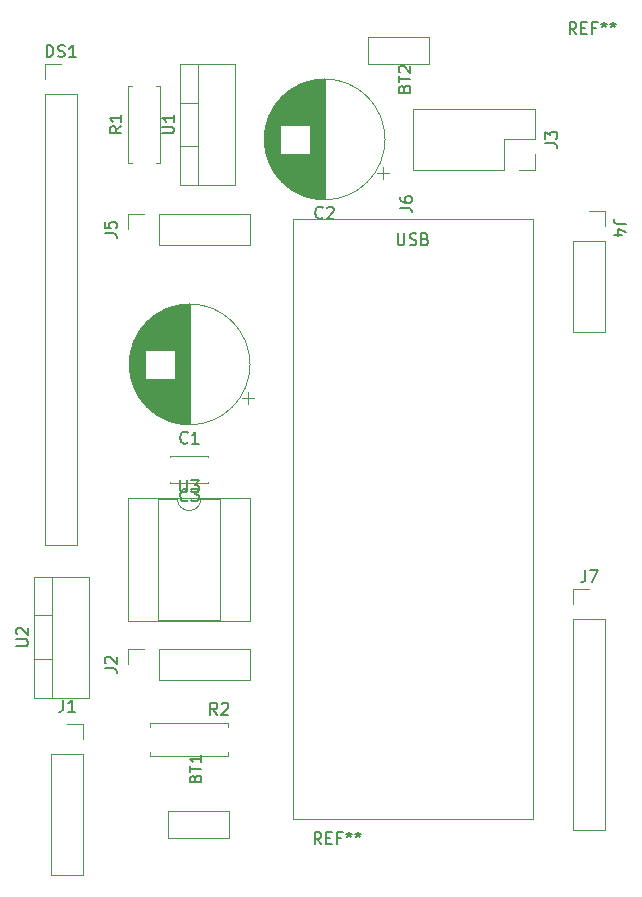
<source format=gto>
G04 #@! TF.GenerationSoftware,KiCad,Pcbnew,(5.1.6)-1*
G04 #@! TF.CreationDate,2021-07-21T10:19:36+01:00*
G04 #@! TF.ProjectId,master_controller_v1,6d617374-6572-45f6-936f-6e74726f6c6c,1.0*
G04 #@! TF.SameCoordinates,Original*
G04 #@! TF.FileFunction,Legend,Top*
G04 #@! TF.FilePolarity,Positive*
%FSLAX46Y46*%
G04 Gerber Fmt 4.6, Leading zero omitted, Abs format (unit mm)*
G04 Created by KiCad (PCBNEW (5.1.6)-1) date 2021-07-21 10:19:36*
%MOMM*%
%LPD*%
G01*
G04 APERTURE LIST*
%ADD10C,0.120000*%
%ADD11C,0.150000*%
G04 APERTURE END LIST*
D10*
X91550000Y-113806000D02*
X91550000Y-112476000D01*
X91550000Y-112476000D02*
X92880000Y-112476000D01*
X94150000Y-112476000D02*
X101830000Y-112476000D01*
X101830000Y-115136000D02*
X101830000Y-112476000D01*
X94150000Y-115136000D02*
X101830000Y-115136000D01*
X94150000Y-115136000D02*
X94150000Y-112476000D01*
X94869000Y-165227000D02*
X94869000Y-163068000D01*
X94869000Y-163068000D02*
X100076000Y-163068000D01*
X100076000Y-163068000D02*
X100076000Y-165354000D01*
X100076000Y-165354000D02*
X94869000Y-165354000D01*
X111803000Y-99709000D02*
X111803000Y-97550000D01*
X111803000Y-97550000D02*
X117010000Y-97550000D01*
X117010000Y-97550000D02*
X117010000Y-99836000D01*
X117010000Y-99836000D02*
X111803000Y-99836000D01*
X125773000Y-112917000D02*
X105453000Y-112917000D01*
X105453000Y-112917000D02*
X105453000Y-163717000D01*
X105453000Y-163717000D02*
X125773000Y-163717000D01*
X125773000Y-163717000D02*
X125773000Y-112917000D01*
X101850000Y-125236000D02*
G75*
G03*
X101850000Y-125236000I-5120000J0D01*
G01*
X96730000Y-130316000D02*
X96730000Y-120156000D01*
X96690000Y-130316000D02*
X96690000Y-120156000D01*
X96650000Y-130316000D02*
X96650000Y-120156000D01*
X96610000Y-130315000D02*
X96610000Y-120157000D01*
X96570000Y-130314000D02*
X96570000Y-120158000D01*
X96530000Y-130313000D02*
X96530000Y-120159000D01*
X96490000Y-130311000D02*
X96490000Y-120161000D01*
X96450000Y-130309000D02*
X96450000Y-120163000D01*
X96410000Y-130306000D02*
X96410000Y-120166000D01*
X96370000Y-130304000D02*
X96370000Y-120168000D01*
X96330000Y-130301000D02*
X96330000Y-120171000D01*
X96290000Y-130298000D02*
X96290000Y-120174000D01*
X96250000Y-130294000D02*
X96250000Y-120178000D01*
X96210000Y-130290000D02*
X96210000Y-120182000D01*
X96170000Y-130286000D02*
X96170000Y-120186000D01*
X96130000Y-130281000D02*
X96130000Y-120191000D01*
X96090000Y-130276000D02*
X96090000Y-120196000D01*
X96050000Y-130271000D02*
X96050000Y-120201000D01*
X96009000Y-130266000D02*
X96009000Y-120206000D01*
X95969000Y-130260000D02*
X95969000Y-120212000D01*
X95929000Y-130254000D02*
X95929000Y-120218000D01*
X95889000Y-130247000D02*
X95889000Y-120225000D01*
X95849000Y-130240000D02*
X95849000Y-120232000D01*
X95809000Y-130233000D02*
X95809000Y-120239000D01*
X95769000Y-130226000D02*
X95769000Y-120246000D01*
X95729000Y-130218000D02*
X95729000Y-120254000D01*
X95689000Y-130210000D02*
X95689000Y-120262000D01*
X95649000Y-130201000D02*
X95649000Y-120271000D01*
X95609000Y-130192000D02*
X95609000Y-120280000D01*
X95569000Y-130183000D02*
X95569000Y-120289000D01*
X95529000Y-130174000D02*
X95529000Y-120298000D01*
X95489000Y-130164000D02*
X95489000Y-120308000D01*
X95449000Y-130154000D02*
X95449000Y-126477000D01*
X95449000Y-123995000D02*
X95449000Y-120318000D01*
X95409000Y-130143000D02*
X95409000Y-126477000D01*
X95409000Y-123995000D02*
X95409000Y-120329000D01*
X95369000Y-130133000D02*
X95369000Y-126477000D01*
X95369000Y-123995000D02*
X95369000Y-120339000D01*
X95329000Y-130121000D02*
X95329000Y-126477000D01*
X95329000Y-123995000D02*
X95329000Y-120351000D01*
X95289000Y-130110000D02*
X95289000Y-126477000D01*
X95289000Y-123995000D02*
X95289000Y-120362000D01*
X95249000Y-130098000D02*
X95249000Y-126477000D01*
X95249000Y-123995000D02*
X95249000Y-120374000D01*
X95209000Y-130086000D02*
X95209000Y-126477000D01*
X95209000Y-123995000D02*
X95209000Y-120386000D01*
X95169000Y-130073000D02*
X95169000Y-126477000D01*
X95169000Y-123995000D02*
X95169000Y-120399000D01*
X95129000Y-130060000D02*
X95129000Y-126477000D01*
X95129000Y-123995000D02*
X95129000Y-120412000D01*
X95089000Y-130047000D02*
X95089000Y-126477000D01*
X95089000Y-123995000D02*
X95089000Y-120425000D01*
X95049000Y-130033000D02*
X95049000Y-126477000D01*
X95049000Y-123995000D02*
X95049000Y-120439000D01*
X95009000Y-130019000D02*
X95009000Y-126477000D01*
X95009000Y-123995000D02*
X95009000Y-120453000D01*
X94969000Y-130004000D02*
X94969000Y-126477000D01*
X94969000Y-123995000D02*
X94969000Y-120468000D01*
X94929000Y-129990000D02*
X94929000Y-126477000D01*
X94929000Y-123995000D02*
X94929000Y-120482000D01*
X94889000Y-129974000D02*
X94889000Y-126477000D01*
X94889000Y-123995000D02*
X94889000Y-120498000D01*
X94849000Y-129959000D02*
X94849000Y-126477000D01*
X94849000Y-123995000D02*
X94849000Y-120513000D01*
X94809000Y-129943000D02*
X94809000Y-126477000D01*
X94809000Y-123995000D02*
X94809000Y-120529000D01*
X94769000Y-129926000D02*
X94769000Y-126477000D01*
X94769000Y-123995000D02*
X94769000Y-120546000D01*
X94729000Y-129910000D02*
X94729000Y-126477000D01*
X94729000Y-123995000D02*
X94729000Y-120562000D01*
X94689000Y-129893000D02*
X94689000Y-126477000D01*
X94689000Y-123995000D02*
X94689000Y-120579000D01*
X94649000Y-129875000D02*
X94649000Y-126477000D01*
X94649000Y-123995000D02*
X94649000Y-120597000D01*
X94609000Y-129857000D02*
X94609000Y-126477000D01*
X94609000Y-123995000D02*
X94609000Y-120615000D01*
X94569000Y-129839000D02*
X94569000Y-126477000D01*
X94569000Y-123995000D02*
X94569000Y-120633000D01*
X94529000Y-129820000D02*
X94529000Y-126477000D01*
X94529000Y-123995000D02*
X94529000Y-120652000D01*
X94489000Y-129800000D02*
X94489000Y-126477000D01*
X94489000Y-123995000D02*
X94489000Y-120672000D01*
X94449000Y-129781000D02*
X94449000Y-126477000D01*
X94449000Y-123995000D02*
X94449000Y-120691000D01*
X94409000Y-129761000D02*
X94409000Y-126477000D01*
X94409000Y-123995000D02*
X94409000Y-120711000D01*
X94369000Y-129740000D02*
X94369000Y-126477000D01*
X94369000Y-123995000D02*
X94369000Y-120732000D01*
X94329000Y-129719000D02*
X94329000Y-126477000D01*
X94329000Y-123995000D02*
X94329000Y-120753000D01*
X94289000Y-129698000D02*
X94289000Y-126477000D01*
X94289000Y-123995000D02*
X94289000Y-120774000D01*
X94249000Y-129676000D02*
X94249000Y-126477000D01*
X94249000Y-123995000D02*
X94249000Y-120796000D01*
X94209000Y-129653000D02*
X94209000Y-126477000D01*
X94209000Y-123995000D02*
X94209000Y-120819000D01*
X94169000Y-129631000D02*
X94169000Y-126477000D01*
X94169000Y-123995000D02*
X94169000Y-120841000D01*
X94129000Y-129607000D02*
X94129000Y-126477000D01*
X94129000Y-123995000D02*
X94129000Y-120865000D01*
X94089000Y-129583000D02*
X94089000Y-126477000D01*
X94089000Y-123995000D02*
X94089000Y-120889000D01*
X94049000Y-129559000D02*
X94049000Y-126477000D01*
X94049000Y-123995000D02*
X94049000Y-120913000D01*
X94009000Y-129534000D02*
X94009000Y-126477000D01*
X94009000Y-123995000D02*
X94009000Y-120938000D01*
X93969000Y-129509000D02*
X93969000Y-126477000D01*
X93969000Y-123995000D02*
X93969000Y-120963000D01*
X93929000Y-129483000D02*
X93929000Y-126477000D01*
X93929000Y-123995000D02*
X93929000Y-120989000D01*
X93889000Y-129457000D02*
X93889000Y-126477000D01*
X93889000Y-123995000D02*
X93889000Y-121015000D01*
X93849000Y-129430000D02*
X93849000Y-126477000D01*
X93849000Y-123995000D02*
X93849000Y-121042000D01*
X93809000Y-129402000D02*
X93809000Y-126477000D01*
X93809000Y-123995000D02*
X93809000Y-121070000D01*
X93769000Y-129374000D02*
X93769000Y-126477000D01*
X93769000Y-123995000D02*
X93769000Y-121098000D01*
X93729000Y-129346000D02*
X93729000Y-126477000D01*
X93729000Y-123995000D02*
X93729000Y-121126000D01*
X93689000Y-129316000D02*
X93689000Y-126477000D01*
X93689000Y-123995000D02*
X93689000Y-121156000D01*
X93649000Y-129286000D02*
X93649000Y-126477000D01*
X93649000Y-123995000D02*
X93649000Y-121186000D01*
X93609000Y-129256000D02*
X93609000Y-126477000D01*
X93609000Y-123995000D02*
X93609000Y-121216000D01*
X93569000Y-129225000D02*
X93569000Y-126477000D01*
X93569000Y-123995000D02*
X93569000Y-121247000D01*
X93529000Y-129193000D02*
X93529000Y-126477000D01*
X93529000Y-123995000D02*
X93529000Y-121279000D01*
X93489000Y-129161000D02*
X93489000Y-126477000D01*
X93489000Y-123995000D02*
X93489000Y-121311000D01*
X93449000Y-129128000D02*
X93449000Y-126477000D01*
X93449000Y-123995000D02*
X93449000Y-121344000D01*
X93409000Y-129094000D02*
X93409000Y-126477000D01*
X93409000Y-123995000D02*
X93409000Y-121378000D01*
X93369000Y-129060000D02*
X93369000Y-126477000D01*
X93369000Y-123995000D02*
X93369000Y-121412000D01*
X93329000Y-129025000D02*
X93329000Y-126477000D01*
X93329000Y-123995000D02*
X93329000Y-121447000D01*
X93289000Y-128989000D02*
X93289000Y-126477000D01*
X93289000Y-123995000D02*
X93289000Y-121483000D01*
X93249000Y-128952000D02*
X93249000Y-126477000D01*
X93249000Y-123995000D02*
X93249000Y-121520000D01*
X93209000Y-128915000D02*
X93209000Y-126477000D01*
X93209000Y-123995000D02*
X93209000Y-121557000D01*
X93169000Y-128876000D02*
X93169000Y-126477000D01*
X93169000Y-123995000D02*
X93169000Y-121596000D01*
X93129000Y-128837000D02*
X93129000Y-126477000D01*
X93129000Y-123995000D02*
X93129000Y-121635000D01*
X93089000Y-128797000D02*
X93089000Y-126477000D01*
X93089000Y-123995000D02*
X93089000Y-121675000D01*
X93049000Y-128756000D02*
X93049000Y-126477000D01*
X93049000Y-123995000D02*
X93049000Y-121716000D01*
X93009000Y-128714000D02*
X93009000Y-126477000D01*
X93009000Y-123995000D02*
X93009000Y-121758000D01*
X92969000Y-128672000D02*
X92969000Y-121800000D01*
X92929000Y-128628000D02*
X92929000Y-121844000D01*
X92889000Y-128583000D02*
X92889000Y-121889000D01*
X92849000Y-128537000D02*
X92849000Y-121935000D01*
X92809000Y-128490000D02*
X92809000Y-121982000D01*
X92769000Y-128442000D02*
X92769000Y-122030000D01*
X92729000Y-128392000D02*
X92729000Y-122080000D01*
X92689000Y-128342000D02*
X92689000Y-122130000D01*
X92649000Y-128290000D02*
X92649000Y-122182000D01*
X92609000Y-128236000D02*
X92609000Y-122236000D01*
X92569000Y-128181000D02*
X92569000Y-122291000D01*
X92529000Y-128125000D02*
X92529000Y-122347000D01*
X92489000Y-128066000D02*
X92489000Y-122406000D01*
X92449000Y-128006000D02*
X92449000Y-122466000D01*
X92409000Y-127945000D02*
X92409000Y-122527000D01*
X92369000Y-127881000D02*
X92369000Y-122591000D01*
X92329000Y-127815000D02*
X92329000Y-122657000D01*
X92289000Y-127746000D02*
X92289000Y-122726000D01*
X92249000Y-127675000D02*
X92249000Y-122797000D01*
X92209000Y-127601000D02*
X92209000Y-122871000D01*
X92169000Y-127525000D02*
X92169000Y-122947000D01*
X92129000Y-127445000D02*
X92129000Y-123027000D01*
X92089000Y-127361000D02*
X92089000Y-123111000D01*
X92049000Y-127273000D02*
X92049000Y-123199000D01*
X92009000Y-127180000D02*
X92009000Y-123292000D01*
X91969000Y-127082000D02*
X91969000Y-123390000D01*
X91929000Y-126978000D02*
X91929000Y-123494000D01*
X91889000Y-126866000D02*
X91889000Y-123606000D01*
X91849000Y-126746000D02*
X91849000Y-123726000D01*
X91809000Y-126614000D02*
X91809000Y-123858000D01*
X91769000Y-126466000D02*
X91769000Y-124006000D01*
X91729000Y-126298000D02*
X91729000Y-124174000D01*
X91689000Y-126098000D02*
X91689000Y-124374000D01*
X91649000Y-125835000D02*
X91649000Y-124637000D01*
X102209646Y-128111000D02*
X101209646Y-128111000D01*
X101709646Y-128611000D02*
X101709646Y-127611000D01*
X113139646Y-109561000D02*
X113139646Y-108561000D01*
X113639646Y-109061000D02*
X112639646Y-109061000D01*
X103079000Y-106785000D02*
X103079000Y-105587000D01*
X103119000Y-107048000D02*
X103119000Y-105324000D01*
X103159000Y-107248000D02*
X103159000Y-105124000D01*
X103199000Y-107416000D02*
X103199000Y-104956000D01*
X103239000Y-107564000D02*
X103239000Y-104808000D01*
X103279000Y-107696000D02*
X103279000Y-104676000D01*
X103319000Y-107816000D02*
X103319000Y-104556000D01*
X103359000Y-107928000D02*
X103359000Y-104444000D01*
X103399000Y-108032000D02*
X103399000Y-104340000D01*
X103439000Y-108130000D02*
X103439000Y-104242000D01*
X103479000Y-108223000D02*
X103479000Y-104149000D01*
X103519000Y-108311000D02*
X103519000Y-104061000D01*
X103559000Y-108395000D02*
X103559000Y-103977000D01*
X103599000Y-108475000D02*
X103599000Y-103897000D01*
X103639000Y-108551000D02*
X103639000Y-103821000D01*
X103679000Y-108625000D02*
X103679000Y-103747000D01*
X103719000Y-108696000D02*
X103719000Y-103676000D01*
X103759000Y-108765000D02*
X103759000Y-103607000D01*
X103799000Y-108831000D02*
X103799000Y-103541000D01*
X103839000Y-108895000D02*
X103839000Y-103477000D01*
X103879000Y-108956000D02*
X103879000Y-103416000D01*
X103919000Y-109016000D02*
X103919000Y-103356000D01*
X103959000Y-109075000D02*
X103959000Y-103297000D01*
X103999000Y-109131000D02*
X103999000Y-103241000D01*
X104039000Y-109186000D02*
X104039000Y-103186000D01*
X104079000Y-109240000D02*
X104079000Y-103132000D01*
X104119000Y-109292000D02*
X104119000Y-103080000D01*
X104159000Y-109342000D02*
X104159000Y-103030000D01*
X104199000Y-109392000D02*
X104199000Y-102980000D01*
X104239000Y-109440000D02*
X104239000Y-102932000D01*
X104279000Y-109487000D02*
X104279000Y-102885000D01*
X104319000Y-109533000D02*
X104319000Y-102839000D01*
X104359000Y-109578000D02*
X104359000Y-102794000D01*
X104399000Y-109622000D02*
X104399000Y-102750000D01*
X104439000Y-104945000D02*
X104439000Y-102708000D01*
X104439000Y-109664000D02*
X104439000Y-107427000D01*
X104479000Y-104945000D02*
X104479000Y-102666000D01*
X104479000Y-109706000D02*
X104479000Y-107427000D01*
X104519000Y-104945000D02*
X104519000Y-102625000D01*
X104519000Y-109747000D02*
X104519000Y-107427000D01*
X104559000Y-104945000D02*
X104559000Y-102585000D01*
X104559000Y-109787000D02*
X104559000Y-107427000D01*
X104599000Y-104945000D02*
X104599000Y-102546000D01*
X104599000Y-109826000D02*
X104599000Y-107427000D01*
X104639000Y-104945000D02*
X104639000Y-102507000D01*
X104639000Y-109865000D02*
X104639000Y-107427000D01*
X104679000Y-104945000D02*
X104679000Y-102470000D01*
X104679000Y-109902000D02*
X104679000Y-107427000D01*
X104719000Y-104945000D02*
X104719000Y-102433000D01*
X104719000Y-109939000D02*
X104719000Y-107427000D01*
X104759000Y-104945000D02*
X104759000Y-102397000D01*
X104759000Y-109975000D02*
X104759000Y-107427000D01*
X104799000Y-104945000D02*
X104799000Y-102362000D01*
X104799000Y-110010000D02*
X104799000Y-107427000D01*
X104839000Y-104945000D02*
X104839000Y-102328000D01*
X104839000Y-110044000D02*
X104839000Y-107427000D01*
X104879000Y-104945000D02*
X104879000Y-102294000D01*
X104879000Y-110078000D02*
X104879000Y-107427000D01*
X104919000Y-104945000D02*
X104919000Y-102261000D01*
X104919000Y-110111000D02*
X104919000Y-107427000D01*
X104959000Y-104945000D02*
X104959000Y-102229000D01*
X104959000Y-110143000D02*
X104959000Y-107427000D01*
X104999000Y-104945000D02*
X104999000Y-102197000D01*
X104999000Y-110175000D02*
X104999000Y-107427000D01*
X105039000Y-104945000D02*
X105039000Y-102166000D01*
X105039000Y-110206000D02*
X105039000Y-107427000D01*
X105079000Y-104945000D02*
X105079000Y-102136000D01*
X105079000Y-110236000D02*
X105079000Y-107427000D01*
X105119000Y-104945000D02*
X105119000Y-102106000D01*
X105119000Y-110266000D02*
X105119000Y-107427000D01*
X105159000Y-104945000D02*
X105159000Y-102076000D01*
X105159000Y-110296000D02*
X105159000Y-107427000D01*
X105199000Y-104945000D02*
X105199000Y-102048000D01*
X105199000Y-110324000D02*
X105199000Y-107427000D01*
X105239000Y-104945000D02*
X105239000Y-102020000D01*
X105239000Y-110352000D02*
X105239000Y-107427000D01*
X105279000Y-104945000D02*
X105279000Y-101992000D01*
X105279000Y-110380000D02*
X105279000Y-107427000D01*
X105319000Y-104945000D02*
X105319000Y-101965000D01*
X105319000Y-110407000D02*
X105319000Y-107427000D01*
X105359000Y-104945000D02*
X105359000Y-101939000D01*
X105359000Y-110433000D02*
X105359000Y-107427000D01*
X105399000Y-104945000D02*
X105399000Y-101913000D01*
X105399000Y-110459000D02*
X105399000Y-107427000D01*
X105439000Y-104945000D02*
X105439000Y-101888000D01*
X105439000Y-110484000D02*
X105439000Y-107427000D01*
X105479000Y-104945000D02*
X105479000Y-101863000D01*
X105479000Y-110509000D02*
X105479000Y-107427000D01*
X105519000Y-104945000D02*
X105519000Y-101839000D01*
X105519000Y-110533000D02*
X105519000Y-107427000D01*
X105559000Y-104945000D02*
X105559000Y-101815000D01*
X105559000Y-110557000D02*
X105559000Y-107427000D01*
X105599000Y-104945000D02*
X105599000Y-101791000D01*
X105599000Y-110581000D02*
X105599000Y-107427000D01*
X105639000Y-104945000D02*
X105639000Y-101769000D01*
X105639000Y-110603000D02*
X105639000Y-107427000D01*
X105679000Y-104945000D02*
X105679000Y-101746000D01*
X105679000Y-110626000D02*
X105679000Y-107427000D01*
X105719000Y-104945000D02*
X105719000Y-101724000D01*
X105719000Y-110648000D02*
X105719000Y-107427000D01*
X105759000Y-104945000D02*
X105759000Y-101703000D01*
X105759000Y-110669000D02*
X105759000Y-107427000D01*
X105799000Y-104945000D02*
X105799000Y-101682000D01*
X105799000Y-110690000D02*
X105799000Y-107427000D01*
X105839000Y-104945000D02*
X105839000Y-101661000D01*
X105839000Y-110711000D02*
X105839000Y-107427000D01*
X105879000Y-104945000D02*
X105879000Y-101641000D01*
X105879000Y-110731000D02*
X105879000Y-107427000D01*
X105919000Y-104945000D02*
X105919000Y-101622000D01*
X105919000Y-110750000D02*
X105919000Y-107427000D01*
X105959000Y-104945000D02*
X105959000Y-101602000D01*
X105959000Y-110770000D02*
X105959000Y-107427000D01*
X105999000Y-104945000D02*
X105999000Y-101583000D01*
X105999000Y-110789000D02*
X105999000Y-107427000D01*
X106039000Y-104945000D02*
X106039000Y-101565000D01*
X106039000Y-110807000D02*
X106039000Y-107427000D01*
X106079000Y-104945000D02*
X106079000Y-101547000D01*
X106079000Y-110825000D02*
X106079000Y-107427000D01*
X106119000Y-104945000D02*
X106119000Y-101529000D01*
X106119000Y-110843000D02*
X106119000Y-107427000D01*
X106159000Y-104945000D02*
X106159000Y-101512000D01*
X106159000Y-110860000D02*
X106159000Y-107427000D01*
X106199000Y-104945000D02*
X106199000Y-101496000D01*
X106199000Y-110876000D02*
X106199000Y-107427000D01*
X106239000Y-104945000D02*
X106239000Y-101479000D01*
X106239000Y-110893000D02*
X106239000Y-107427000D01*
X106279000Y-104945000D02*
X106279000Y-101463000D01*
X106279000Y-110909000D02*
X106279000Y-107427000D01*
X106319000Y-104945000D02*
X106319000Y-101448000D01*
X106319000Y-110924000D02*
X106319000Y-107427000D01*
X106359000Y-104945000D02*
X106359000Y-101432000D01*
X106359000Y-110940000D02*
X106359000Y-107427000D01*
X106399000Y-104945000D02*
X106399000Y-101418000D01*
X106399000Y-110954000D02*
X106399000Y-107427000D01*
X106439000Y-104945000D02*
X106439000Y-101403000D01*
X106439000Y-110969000D02*
X106439000Y-107427000D01*
X106479000Y-104945000D02*
X106479000Y-101389000D01*
X106479000Y-110983000D02*
X106479000Y-107427000D01*
X106519000Y-104945000D02*
X106519000Y-101375000D01*
X106519000Y-110997000D02*
X106519000Y-107427000D01*
X106559000Y-104945000D02*
X106559000Y-101362000D01*
X106559000Y-111010000D02*
X106559000Y-107427000D01*
X106599000Y-104945000D02*
X106599000Y-101349000D01*
X106599000Y-111023000D02*
X106599000Y-107427000D01*
X106639000Y-104945000D02*
X106639000Y-101336000D01*
X106639000Y-111036000D02*
X106639000Y-107427000D01*
X106679000Y-104945000D02*
X106679000Y-101324000D01*
X106679000Y-111048000D02*
X106679000Y-107427000D01*
X106719000Y-104945000D02*
X106719000Y-101312000D01*
X106719000Y-111060000D02*
X106719000Y-107427000D01*
X106759000Y-104945000D02*
X106759000Y-101301000D01*
X106759000Y-111071000D02*
X106759000Y-107427000D01*
X106799000Y-104945000D02*
X106799000Y-101289000D01*
X106799000Y-111083000D02*
X106799000Y-107427000D01*
X106839000Y-104945000D02*
X106839000Y-101279000D01*
X106839000Y-111093000D02*
X106839000Y-107427000D01*
X106879000Y-104945000D02*
X106879000Y-101268000D01*
X106879000Y-111104000D02*
X106879000Y-107427000D01*
X106919000Y-111114000D02*
X106919000Y-101258000D01*
X106959000Y-111124000D02*
X106959000Y-101248000D01*
X106999000Y-111133000D02*
X106999000Y-101239000D01*
X107039000Y-111142000D02*
X107039000Y-101230000D01*
X107079000Y-111151000D02*
X107079000Y-101221000D01*
X107119000Y-111160000D02*
X107119000Y-101212000D01*
X107159000Y-111168000D02*
X107159000Y-101204000D01*
X107199000Y-111176000D02*
X107199000Y-101196000D01*
X107239000Y-111183000D02*
X107239000Y-101189000D01*
X107279000Y-111190000D02*
X107279000Y-101182000D01*
X107319000Y-111197000D02*
X107319000Y-101175000D01*
X107359000Y-111204000D02*
X107359000Y-101168000D01*
X107399000Y-111210000D02*
X107399000Y-101162000D01*
X107439000Y-111216000D02*
X107439000Y-101156000D01*
X107480000Y-111221000D02*
X107480000Y-101151000D01*
X107520000Y-111226000D02*
X107520000Y-101146000D01*
X107560000Y-111231000D02*
X107560000Y-101141000D01*
X107600000Y-111236000D02*
X107600000Y-101136000D01*
X107640000Y-111240000D02*
X107640000Y-101132000D01*
X107680000Y-111244000D02*
X107680000Y-101128000D01*
X107720000Y-111248000D02*
X107720000Y-101124000D01*
X107760000Y-111251000D02*
X107760000Y-101121000D01*
X107800000Y-111254000D02*
X107800000Y-101118000D01*
X107840000Y-111256000D02*
X107840000Y-101116000D01*
X107880000Y-111259000D02*
X107880000Y-101113000D01*
X107920000Y-111261000D02*
X107920000Y-101111000D01*
X107960000Y-111263000D02*
X107960000Y-101109000D01*
X108000000Y-111264000D02*
X108000000Y-101108000D01*
X108040000Y-111265000D02*
X108040000Y-101107000D01*
X108080000Y-111266000D02*
X108080000Y-101106000D01*
X108120000Y-111266000D02*
X108120000Y-101106000D01*
X108160000Y-111266000D02*
X108160000Y-101106000D01*
X113280000Y-106186000D02*
G75*
G03*
X113280000Y-106186000I-5120000J0D01*
G01*
X84522000Y-99762000D02*
X85852000Y-99762000D01*
X84522000Y-101092000D02*
X84522000Y-99762000D01*
X84522000Y-102362000D02*
X87182000Y-102362000D01*
X87182000Y-102362000D02*
X87182000Y-140522000D01*
X84522000Y-102362000D02*
X84522000Y-140522000D01*
X84522000Y-140522000D02*
X87182000Y-140522000D01*
X86360000Y-155642000D02*
X87690000Y-155642000D01*
X87690000Y-155642000D02*
X87690000Y-156972000D01*
X87690000Y-158242000D02*
X87690000Y-168462000D01*
X85030000Y-168462000D02*
X87690000Y-168462000D01*
X85030000Y-158242000D02*
X85030000Y-168462000D01*
X85030000Y-158242000D02*
X87690000Y-158242000D01*
X91550000Y-150636000D02*
X91550000Y-149306000D01*
X91550000Y-149306000D02*
X92880000Y-149306000D01*
X94150000Y-149306000D02*
X101830000Y-149306000D01*
X101830000Y-151966000D02*
X101830000Y-149306000D01*
X94150000Y-151966000D02*
X101830000Y-151966000D01*
X94150000Y-151966000D02*
X94150000Y-149306000D01*
X125960000Y-103586000D02*
X125960000Y-106186000D01*
X125960000Y-103586000D02*
X115680000Y-103586000D01*
X115680000Y-103586000D02*
X115680000Y-108786000D01*
X123360000Y-108786000D02*
X115680000Y-108786000D01*
X123360000Y-106186000D02*
X123360000Y-108786000D01*
X125960000Y-106186000D02*
X123360000Y-106186000D01*
X125960000Y-108786000D02*
X124630000Y-108786000D01*
X125960000Y-107456000D02*
X125960000Y-108786000D01*
X129226000Y-114822000D02*
X131886000Y-114822000D01*
X129226000Y-114822000D02*
X129226000Y-122502000D01*
X129226000Y-122502000D02*
X131886000Y-122502000D01*
X131886000Y-114822000D02*
X131886000Y-122502000D01*
X131886000Y-112222000D02*
X131886000Y-113552000D01*
X130556000Y-112222000D02*
X131886000Y-112222000D01*
X129226000Y-144226000D02*
X130556000Y-144226000D01*
X129226000Y-145556000D02*
X129226000Y-144226000D01*
X129226000Y-146826000D02*
X131886000Y-146826000D01*
X131886000Y-146826000D02*
X131886000Y-164666000D01*
X129226000Y-146826000D02*
X129226000Y-164666000D01*
X129226000Y-164666000D02*
X131886000Y-164666000D01*
X94250000Y-101646000D02*
X93920000Y-101646000D01*
X94250000Y-108186000D02*
X94250000Y-101646000D01*
X93920000Y-108186000D02*
X94250000Y-108186000D01*
X91510000Y-101646000D02*
X91840000Y-101646000D01*
X91510000Y-108186000D02*
X91510000Y-101646000D01*
X91840000Y-108186000D02*
X91510000Y-108186000D01*
X95960000Y-103065000D02*
X97470000Y-103065000D01*
X95960000Y-106766000D02*
X97470000Y-106766000D01*
X97470000Y-110036000D02*
X97470000Y-99796000D01*
X95960000Y-99796000D02*
X100601000Y-99796000D01*
X95960000Y-110036000D02*
X100601000Y-110036000D01*
X100601000Y-110036000D02*
X100601000Y-99796000D01*
X95960000Y-110036000D02*
X95960000Y-99796000D01*
X83598000Y-153456000D02*
X83598000Y-143216000D01*
X88239000Y-153456000D02*
X88239000Y-143216000D01*
X83598000Y-153456000D02*
X88239000Y-153456000D01*
X83598000Y-143216000D02*
X88239000Y-143216000D01*
X85108000Y-153456000D02*
X85108000Y-143216000D01*
X83598000Y-150186000D02*
X85108000Y-150186000D01*
X83598000Y-146485000D02*
X85108000Y-146485000D01*
X101830000Y-136546000D02*
X91550000Y-136546000D01*
X101830000Y-146946000D02*
X101830000Y-136546000D01*
X91550000Y-146946000D02*
X101830000Y-146946000D01*
X91550000Y-136546000D02*
X91550000Y-146946000D01*
X99340000Y-136606000D02*
X97690000Y-136606000D01*
X99340000Y-146886000D02*
X99340000Y-136606000D01*
X94040000Y-146886000D02*
X99340000Y-146886000D01*
X94040000Y-136606000D02*
X94040000Y-146886000D01*
X95690000Y-136606000D02*
X94040000Y-136606000D01*
X97690000Y-136606000D02*
G75*
G02*
X95690000Y-136606000I-1000000J0D01*
G01*
X99960000Y-158026000D02*
X99960000Y-158356000D01*
X99960000Y-158356000D02*
X93420000Y-158356000D01*
X93420000Y-158356000D02*
X93420000Y-158026000D01*
X99960000Y-155946000D02*
X99960000Y-155616000D01*
X99960000Y-155616000D02*
X93420000Y-155616000D01*
X93420000Y-155616000D02*
X93420000Y-155946000D01*
X98330000Y-135246000D02*
X95090000Y-135246000D01*
X98330000Y-133006000D02*
X95090000Y-133006000D01*
X98330000Y-135246000D02*
X98330000Y-135181000D01*
X98330000Y-133071000D02*
X98330000Y-133006000D01*
X95090000Y-135246000D02*
X95090000Y-135181000D01*
X95090000Y-133071000D02*
X95090000Y-133006000D01*
D11*
X107886666Y-165862380D02*
X107553333Y-165386190D01*
X107315238Y-165862380D02*
X107315238Y-164862380D01*
X107696190Y-164862380D01*
X107791428Y-164910000D01*
X107839047Y-164957619D01*
X107886666Y-165052857D01*
X107886666Y-165195714D01*
X107839047Y-165290952D01*
X107791428Y-165338571D01*
X107696190Y-165386190D01*
X107315238Y-165386190D01*
X108315238Y-165338571D02*
X108648571Y-165338571D01*
X108791428Y-165862380D02*
X108315238Y-165862380D01*
X108315238Y-164862380D01*
X108791428Y-164862380D01*
X109553333Y-165338571D02*
X109220000Y-165338571D01*
X109220000Y-165862380D02*
X109220000Y-164862380D01*
X109696190Y-164862380D01*
X110220000Y-164862380D02*
X110220000Y-165100476D01*
X109981904Y-165005238D02*
X110220000Y-165100476D01*
X110458095Y-165005238D01*
X110077142Y-165290952D02*
X110220000Y-165100476D01*
X110362857Y-165290952D01*
X110981904Y-164862380D02*
X110981904Y-165100476D01*
X110743809Y-165005238D02*
X110981904Y-165100476D01*
X111220000Y-165005238D01*
X110839047Y-165290952D02*
X110981904Y-165100476D01*
X111124761Y-165290952D01*
X129476666Y-97282380D02*
X129143333Y-96806190D01*
X128905238Y-97282380D02*
X128905238Y-96282380D01*
X129286190Y-96282380D01*
X129381428Y-96330000D01*
X129429047Y-96377619D01*
X129476666Y-96472857D01*
X129476666Y-96615714D01*
X129429047Y-96710952D01*
X129381428Y-96758571D01*
X129286190Y-96806190D01*
X128905238Y-96806190D01*
X129905238Y-96758571D02*
X130238571Y-96758571D01*
X130381428Y-97282380D02*
X129905238Y-97282380D01*
X129905238Y-96282380D01*
X130381428Y-96282380D01*
X131143333Y-96758571D02*
X130810000Y-96758571D01*
X130810000Y-97282380D02*
X130810000Y-96282380D01*
X131286190Y-96282380D01*
X131810000Y-96282380D02*
X131810000Y-96520476D01*
X131571904Y-96425238D02*
X131810000Y-96520476D01*
X132048095Y-96425238D01*
X131667142Y-96710952D02*
X131810000Y-96520476D01*
X131952857Y-96710952D01*
X132571904Y-96282380D02*
X132571904Y-96520476D01*
X132333809Y-96425238D02*
X132571904Y-96520476D01*
X132810000Y-96425238D01*
X132429047Y-96710952D02*
X132571904Y-96520476D01*
X132714761Y-96710952D01*
X89562380Y-114139333D02*
X90276666Y-114139333D01*
X90419523Y-114186952D01*
X90514761Y-114282190D01*
X90562380Y-114425047D01*
X90562380Y-114520285D01*
X89562380Y-113186952D02*
X89562380Y-113663142D01*
X90038571Y-113710761D01*
X89990952Y-113663142D01*
X89943333Y-113567904D01*
X89943333Y-113329809D01*
X89990952Y-113234571D01*
X90038571Y-113186952D01*
X90133809Y-113139333D01*
X90371904Y-113139333D01*
X90467142Y-113186952D01*
X90514761Y-113234571D01*
X90562380Y-113329809D01*
X90562380Y-113567904D01*
X90514761Y-113663142D01*
X90467142Y-113710761D01*
X97210571Y-160297714D02*
X97258190Y-160154857D01*
X97305809Y-160107238D01*
X97401047Y-160059619D01*
X97543904Y-160059619D01*
X97639142Y-160107238D01*
X97686761Y-160154857D01*
X97734380Y-160250095D01*
X97734380Y-160631047D01*
X96734380Y-160631047D01*
X96734380Y-160297714D01*
X96782000Y-160202476D01*
X96829619Y-160154857D01*
X96924857Y-160107238D01*
X97020095Y-160107238D01*
X97115333Y-160154857D01*
X97162952Y-160202476D01*
X97210571Y-160297714D01*
X97210571Y-160631047D01*
X96734380Y-159773904D02*
X96734380Y-159202476D01*
X97734380Y-159488190D02*
X96734380Y-159488190D01*
X97734380Y-158345333D02*
X97734380Y-158916761D01*
X97734380Y-158631047D02*
X96734380Y-158631047D01*
X96877238Y-158726285D01*
X96972476Y-158821523D01*
X97020095Y-158916761D01*
X114898571Y-101891714D02*
X114946190Y-101748857D01*
X114993809Y-101701238D01*
X115089047Y-101653619D01*
X115231904Y-101653619D01*
X115327142Y-101701238D01*
X115374761Y-101748857D01*
X115422380Y-101844095D01*
X115422380Y-102225047D01*
X114422380Y-102225047D01*
X114422380Y-101891714D01*
X114470000Y-101796476D01*
X114517619Y-101748857D01*
X114612857Y-101701238D01*
X114708095Y-101701238D01*
X114803333Y-101748857D01*
X114850952Y-101796476D01*
X114898571Y-101891714D01*
X114898571Y-102225047D01*
X114422380Y-101367904D02*
X114422380Y-100796476D01*
X115422380Y-101082190D02*
X114422380Y-101082190D01*
X114517619Y-100510761D02*
X114470000Y-100463142D01*
X114422380Y-100367904D01*
X114422380Y-100129809D01*
X114470000Y-100034571D01*
X114517619Y-99986952D01*
X114612857Y-99939333D01*
X114708095Y-99939333D01*
X114850952Y-99986952D01*
X115422380Y-100558380D01*
X115422380Y-99939333D01*
X114565380Y-111980333D02*
X115279666Y-111980333D01*
X115422523Y-112027952D01*
X115517761Y-112123190D01*
X115565380Y-112266047D01*
X115565380Y-112361285D01*
X114565380Y-111075571D02*
X114565380Y-111266047D01*
X114613000Y-111361285D01*
X114660619Y-111408904D01*
X114803476Y-111504142D01*
X114993952Y-111551761D01*
X115374904Y-111551761D01*
X115470142Y-111504142D01*
X115517761Y-111456523D01*
X115565380Y-111361285D01*
X115565380Y-111170809D01*
X115517761Y-111075571D01*
X115470142Y-111027952D01*
X115374904Y-110980333D01*
X115136809Y-110980333D01*
X115041571Y-111027952D01*
X114993952Y-111075571D01*
X114946333Y-111170809D01*
X114946333Y-111361285D01*
X114993952Y-111456523D01*
X115041571Y-111504142D01*
X115136809Y-111551761D01*
X114351095Y-114147380D02*
X114351095Y-114956904D01*
X114398714Y-115052142D01*
X114446333Y-115099761D01*
X114541571Y-115147380D01*
X114732047Y-115147380D01*
X114827285Y-115099761D01*
X114874904Y-115052142D01*
X114922523Y-114956904D01*
X114922523Y-114147380D01*
X115351095Y-115099761D02*
X115493952Y-115147380D01*
X115732047Y-115147380D01*
X115827285Y-115099761D01*
X115874904Y-115052142D01*
X115922523Y-114956904D01*
X115922523Y-114861666D01*
X115874904Y-114766428D01*
X115827285Y-114718809D01*
X115732047Y-114671190D01*
X115541571Y-114623571D01*
X115446333Y-114575952D01*
X115398714Y-114528333D01*
X115351095Y-114433095D01*
X115351095Y-114337857D01*
X115398714Y-114242619D01*
X115446333Y-114195000D01*
X115541571Y-114147380D01*
X115779666Y-114147380D01*
X115922523Y-114195000D01*
X116684428Y-114623571D02*
X116827285Y-114671190D01*
X116874904Y-114718809D01*
X116922523Y-114814047D01*
X116922523Y-114956904D01*
X116874904Y-115052142D01*
X116827285Y-115099761D01*
X116732047Y-115147380D01*
X116351095Y-115147380D01*
X116351095Y-114147380D01*
X116684428Y-114147380D01*
X116779666Y-114195000D01*
X116827285Y-114242619D01*
X116874904Y-114337857D01*
X116874904Y-114433095D01*
X116827285Y-114528333D01*
X116779666Y-114575952D01*
X116684428Y-114623571D01*
X116351095Y-114623571D01*
X96563333Y-131843142D02*
X96515714Y-131890761D01*
X96372857Y-131938380D01*
X96277619Y-131938380D01*
X96134761Y-131890761D01*
X96039523Y-131795523D01*
X95991904Y-131700285D01*
X95944285Y-131509809D01*
X95944285Y-131366952D01*
X95991904Y-131176476D01*
X96039523Y-131081238D01*
X96134761Y-130986000D01*
X96277619Y-130938380D01*
X96372857Y-130938380D01*
X96515714Y-130986000D01*
X96563333Y-131033619D01*
X97515714Y-131938380D02*
X96944285Y-131938380D01*
X97230000Y-131938380D02*
X97230000Y-130938380D01*
X97134761Y-131081238D01*
X97039523Y-131176476D01*
X96944285Y-131224095D01*
X107993333Y-112793142D02*
X107945714Y-112840761D01*
X107802857Y-112888380D01*
X107707619Y-112888380D01*
X107564761Y-112840761D01*
X107469523Y-112745523D01*
X107421904Y-112650285D01*
X107374285Y-112459809D01*
X107374285Y-112316952D01*
X107421904Y-112126476D01*
X107469523Y-112031238D01*
X107564761Y-111936000D01*
X107707619Y-111888380D01*
X107802857Y-111888380D01*
X107945714Y-111936000D01*
X107993333Y-111983619D01*
X108374285Y-111983619D02*
X108421904Y-111936000D01*
X108517142Y-111888380D01*
X108755238Y-111888380D01*
X108850476Y-111936000D01*
X108898095Y-111983619D01*
X108945714Y-112078857D01*
X108945714Y-112174095D01*
X108898095Y-112316952D01*
X108326666Y-112888380D01*
X108945714Y-112888380D01*
X84637714Y-99214380D02*
X84637714Y-98214380D01*
X84875809Y-98214380D01*
X85018666Y-98262000D01*
X85113904Y-98357238D01*
X85161523Y-98452476D01*
X85209142Y-98642952D01*
X85209142Y-98785809D01*
X85161523Y-98976285D01*
X85113904Y-99071523D01*
X85018666Y-99166761D01*
X84875809Y-99214380D01*
X84637714Y-99214380D01*
X85590095Y-99166761D02*
X85732952Y-99214380D01*
X85971047Y-99214380D01*
X86066285Y-99166761D01*
X86113904Y-99119142D01*
X86161523Y-99023904D01*
X86161523Y-98928666D01*
X86113904Y-98833428D01*
X86066285Y-98785809D01*
X85971047Y-98738190D01*
X85780571Y-98690571D01*
X85685333Y-98642952D01*
X85637714Y-98595333D01*
X85590095Y-98500095D01*
X85590095Y-98404857D01*
X85637714Y-98309619D01*
X85685333Y-98262000D01*
X85780571Y-98214380D01*
X86018666Y-98214380D01*
X86161523Y-98262000D01*
X87113904Y-99214380D02*
X86542476Y-99214380D01*
X86828190Y-99214380D02*
X86828190Y-98214380D01*
X86732952Y-98357238D01*
X86637714Y-98452476D01*
X86542476Y-98500095D01*
X86026666Y-153654380D02*
X86026666Y-154368666D01*
X85979047Y-154511523D01*
X85883809Y-154606761D01*
X85740952Y-154654380D01*
X85645714Y-154654380D01*
X87026666Y-154654380D02*
X86455238Y-154654380D01*
X86740952Y-154654380D02*
X86740952Y-153654380D01*
X86645714Y-153797238D01*
X86550476Y-153892476D01*
X86455238Y-153940095D01*
X89562380Y-150969333D02*
X90276666Y-150969333D01*
X90419523Y-151016952D01*
X90514761Y-151112190D01*
X90562380Y-151255047D01*
X90562380Y-151350285D01*
X89657619Y-150540761D02*
X89610000Y-150493142D01*
X89562380Y-150397904D01*
X89562380Y-150159809D01*
X89610000Y-150064571D01*
X89657619Y-150016952D01*
X89752857Y-149969333D01*
X89848095Y-149969333D01*
X89990952Y-150016952D01*
X90562380Y-150588380D01*
X90562380Y-149969333D01*
X126852380Y-106519333D02*
X127566666Y-106519333D01*
X127709523Y-106566952D01*
X127804761Y-106662190D01*
X127852380Y-106805047D01*
X127852380Y-106900285D01*
X126852380Y-106138380D02*
X126852380Y-105519333D01*
X127233333Y-105852666D01*
X127233333Y-105709809D01*
X127280952Y-105614571D01*
X127328571Y-105566952D01*
X127423809Y-105519333D01*
X127661904Y-105519333D01*
X127757142Y-105566952D01*
X127804761Y-105614571D01*
X127852380Y-105709809D01*
X127852380Y-105995523D01*
X127804761Y-106090761D01*
X127757142Y-106138380D01*
X133643619Y-113345666D02*
X132929333Y-113345666D01*
X132786476Y-113298047D01*
X132691238Y-113202809D01*
X132643619Y-113059952D01*
X132643619Y-112964714D01*
X133310285Y-114250428D02*
X132643619Y-114250428D01*
X133691238Y-114012333D02*
X132976952Y-113774238D01*
X132976952Y-114393285D01*
X130222666Y-142678380D02*
X130222666Y-143392666D01*
X130175047Y-143535523D01*
X130079809Y-143630761D01*
X129936952Y-143678380D01*
X129841714Y-143678380D01*
X130603619Y-142678380D02*
X131270285Y-142678380D01*
X130841714Y-143678380D01*
X90962380Y-105082666D02*
X90486190Y-105416000D01*
X90962380Y-105654095D02*
X89962380Y-105654095D01*
X89962380Y-105273142D01*
X90010000Y-105177904D01*
X90057619Y-105130285D01*
X90152857Y-105082666D01*
X90295714Y-105082666D01*
X90390952Y-105130285D01*
X90438571Y-105177904D01*
X90486190Y-105273142D01*
X90486190Y-105654095D01*
X90962380Y-104130285D02*
X90962380Y-104701714D01*
X90962380Y-104416000D02*
X89962380Y-104416000D01*
X90105238Y-104511238D01*
X90200476Y-104606476D01*
X90248095Y-104701714D01*
X94412380Y-105677904D02*
X95221904Y-105677904D01*
X95317142Y-105630285D01*
X95364761Y-105582666D01*
X95412380Y-105487428D01*
X95412380Y-105296952D01*
X95364761Y-105201714D01*
X95317142Y-105154095D01*
X95221904Y-105106476D01*
X94412380Y-105106476D01*
X95412380Y-104106476D02*
X95412380Y-104677904D01*
X95412380Y-104392190D02*
X94412380Y-104392190D01*
X94555238Y-104487428D01*
X94650476Y-104582666D01*
X94698095Y-104677904D01*
X82050380Y-149097904D02*
X82859904Y-149097904D01*
X82955142Y-149050285D01*
X83002761Y-149002666D01*
X83050380Y-148907428D01*
X83050380Y-148716952D01*
X83002761Y-148621714D01*
X82955142Y-148574095D01*
X82859904Y-148526476D01*
X82050380Y-148526476D01*
X82145619Y-148097904D02*
X82098000Y-148050285D01*
X82050380Y-147955047D01*
X82050380Y-147716952D01*
X82098000Y-147621714D01*
X82145619Y-147574095D01*
X82240857Y-147526476D01*
X82336095Y-147526476D01*
X82478952Y-147574095D01*
X83050380Y-148145523D01*
X83050380Y-147526476D01*
X95928095Y-135058380D02*
X95928095Y-135867904D01*
X95975714Y-135963142D01*
X96023333Y-136010761D01*
X96118571Y-136058380D01*
X96309047Y-136058380D01*
X96404285Y-136010761D01*
X96451904Y-135963142D01*
X96499523Y-135867904D01*
X96499523Y-135058380D01*
X96880476Y-135058380D02*
X97499523Y-135058380D01*
X97166190Y-135439333D01*
X97309047Y-135439333D01*
X97404285Y-135486952D01*
X97451904Y-135534571D01*
X97499523Y-135629809D01*
X97499523Y-135867904D01*
X97451904Y-135963142D01*
X97404285Y-136010761D01*
X97309047Y-136058380D01*
X97023333Y-136058380D01*
X96928095Y-136010761D01*
X96880476Y-135963142D01*
X99063333Y-154898380D02*
X98730000Y-154422190D01*
X98491904Y-154898380D02*
X98491904Y-153898380D01*
X98872857Y-153898380D01*
X98968095Y-153946000D01*
X99015714Y-153993619D01*
X99063333Y-154088857D01*
X99063333Y-154231714D01*
X99015714Y-154326952D01*
X98968095Y-154374571D01*
X98872857Y-154422190D01*
X98491904Y-154422190D01*
X99444285Y-153993619D02*
X99491904Y-153946000D01*
X99587142Y-153898380D01*
X99825238Y-153898380D01*
X99920476Y-153946000D01*
X99968095Y-153993619D01*
X100015714Y-154088857D01*
X100015714Y-154184095D01*
X99968095Y-154326952D01*
X99396666Y-154898380D01*
X100015714Y-154898380D01*
X96543333Y-136733142D02*
X96495714Y-136780761D01*
X96352857Y-136828380D01*
X96257619Y-136828380D01*
X96114761Y-136780761D01*
X96019523Y-136685523D01*
X95971904Y-136590285D01*
X95924285Y-136399809D01*
X95924285Y-136256952D01*
X95971904Y-136066476D01*
X96019523Y-135971238D01*
X96114761Y-135876000D01*
X96257619Y-135828380D01*
X96352857Y-135828380D01*
X96495714Y-135876000D01*
X96543333Y-135923619D01*
X96876666Y-135828380D02*
X97495714Y-135828380D01*
X97162380Y-136209333D01*
X97305238Y-136209333D01*
X97400476Y-136256952D01*
X97448095Y-136304571D01*
X97495714Y-136399809D01*
X97495714Y-136637904D01*
X97448095Y-136733142D01*
X97400476Y-136780761D01*
X97305238Y-136828380D01*
X97019523Y-136828380D01*
X96924285Y-136780761D01*
X96876666Y-136733142D01*
M02*

</source>
